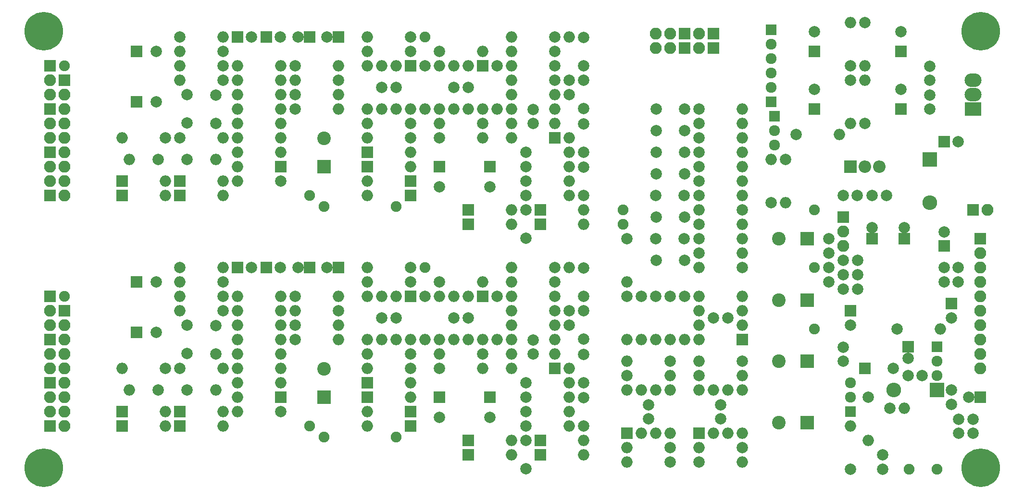
<source format=gbs>
G04 #@! TF.FileFunction,Soldermask,Bot*
%FSLAX46Y46*%
G04 Gerber Fmt 4.6, Leading zero omitted, Abs format (unit mm)*
G04 Created by KiCad (PCBNEW 4.0.6) date 11/03/19 12:25:45*
%MOMM*%
%LPD*%
G01*
G04 APERTURE LIST*
%ADD10C,0.100000*%
%ADD11C,2.000000*%
%ADD12O,2.000000X2.000000*%
%ADD13R,2.100000X2.100000*%
%ADD14O,2.100000X2.100000*%
%ADD15C,6.800000*%
%ADD16R,2.400000X2.400000*%
%ADD17C,2.400000*%
%ADD18R,2.600000X2.600000*%
%ADD19O,2.600000X2.600000*%
%ADD20R,2.000000X2.000000*%
%ADD21R,2.200000X2.200000*%
%ADD22O,2.200000X2.200000*%
%ADD23C,1.920000*%
%ADD24R,1.920000X1.920000*%
%ADD25R,3.000000X2.400000*%
%ADD26O,3.000000X2.400000*%
%ADD27C,1.900000*%
G04 APERTURE END LIST*
D10*
D11*
X71120000Y-10160000D03*
D12*
X71120000Y-17780000D03*
D13*
X168910000Y-40640000D03*
D14*
X168910000Y-43180000D03*
X168910000Y-45720000D03*
X168910000Y-48260000D03*
X168910000Y-50800000D03*
X168910000Y-53340000D03*
X168910000Y-55880000D03*
X168910000Y-58420000D03*
X168910000Y-60960000D03*
X168910000Y-63500000D03*
D15*
X169000000Y-81000000D03*
X169000000Y-4000000D03*
X4000000Y-4000000D03*
D13*
X5080000Y-25400000D03*
D14*
X7620000Y-25400000D03*
X5080000Y-27940000D03*
X7620000Y-27940000D03*
X5080000Y-30480000D03*
X7620000Y-30480000D03*
D16*
X138430000Y-40640000D03*
D17*
X133430000Y-40640000D03*
D18*
X160020000Y-26670000D03*
D19*
X160020000Y-34290000D03*
D11*
X29210000Y-15240000D03*
X29210000Y-20240000D03*
X144780000Y-33020000D03*
X147280000Y-33020000D03*
D20*
X162560000Y-23495000D03*
D11*
X165060000Y-23495000D03*
X152400000Y-33020000D03*
X149900000Y-33020000D03*
D20*
X154940000Y-17780000D03*
D11*
X154940000Y-14280000D03*
D20*
X154940000Y-7620000D03*
D11*
X154940000Y-4120000D03*
X160020000Y-17780000D03*
X160020000Y-15280000D03*
X160020000Y-12700000D03*
X160020000Y-10200000D03*
D20*
X139700000Y-17780000D03*
D11*
X139700000Y-14280000D03*
D20*
X139700000Y-7620000D03*
D11*
X139700000Y-4120000D03*
D20*
X168910000Y-68580000D03*
D11*
X166910000Y-68580000D03*
X163830000Y-67310000D03*
X163830000Y-69810000D03*
X156210000Y-64770000D03*
X158710000Y-64770000D03*
D20*
X156210000Y-59690000D03*
D11*
X156210000Y-61690000D03*
D20*
X20320000Y-7620000D03*
D11*
X23820000Y-7620000D03*
D20*
X20320000Y-16510000D03*
D11*
X23820000Y-16510000D03*
X34290000Y-20320000D03*
X34290000Y-15320000D03*
D20*
X50800000Y-5080000D03*
D11*
X48800000Y-5080000D03*
D20*
X55880000Y-5080000D03*
D11*
X53880000Y-5080000D03*
X66040000Y-13970000D03*
X63540000Y-13970000D03*
D20*
X73660000Y-27940000D03*
D11*
X73660000Y-31440000D03*
D20*
X82550000Y-27940000D03*
D11*
X82550000Y-31440000D03*
X78740000Y-13970000D03*
X76240000Y-13970000D03*
X90170000Y-20320000D03*
X90170000Y-17820000D03*
D20*
X20320000Y-48260000D03*
D11*
X23820000Y-48260000D03*
D20*
X20320000Y-57150000D03*
D11*
X23820000Y-57150000D03*
X29210000Y-55880000D03*
X29210000Y-60880000D03*
X34290000Y-60960000D03*
X34290000Y-55960000D03*
D20*
X50800000Y-45720000D03*
D11*
X48800000Y-45720000D03*
D20*
X55880000Y-45720000D03*
D11*
X53880000Y-45720000D03*
X66040000Y-54610000D03*
X63540000Y-54610000D03*
D20*
X73660000Y-68580000D03*
D11*
X73660000Y-72080000D03*
D20*
X82550000Y-68580000D03*
D11*
X82550000Y-72080000D03*
X78740000Y-54610000D03*
X76240000Y-54610000D03*
X90170000Y-60960000D03*
X90170000Y-58460000D03*
X165100000Y-74930000D03*
X165100000Y-72430000D03*
X167640000Y-74930000D03*
X167640000Y-72430000D03*
X151765000Y-78740000D03*
X151765000Y-81240000D03*
D20*
X163830000Y-52070000D03*
D11*
X163830000Y-54570000D03*
X162560000Y-48260000D03*
X165060000Y-48260000D03*
D20*
X162560000Y-41910000D03*
D11*
X162560000Y-39410000D03*
X162560000Y-45720000D03*
X165060000Y-45720000D03*
D20*
X155575000Y-40640000D03*
D11*
X155575000Y-38640000D03*
X147320000Y-46990000D03*
X144820000Y-46990000D03*
D20*
X149860000Y-40640000D03*
D11*
X149860000Y-38640000D03*
X147320000Y-44450000D03*
X144820000Y-44450000D03*
D20*
X146050000Y-53340000D03*
D11*
X146050000Y-55840000D03*
X147320000Y-49530000D03*
X144820000Y-49530000D03*
D16*
X138430000Y-51435000D03*
D17*
X133430000Y-51435000D03*
D11*
X124460000Y-54610000D03*
X121960000Y-54610000D03*
X123190000Y-72390000D03*
X123190000Y-69890000D03*
X110490000Y-72390000D03*
X110490000Y-69890000D03*
D16*
X138430000Y-62230000D03*
D17*
X133430000Y-62230000D03*
D16*
X138430000Y-73025000D03*
D17*
X133430000Y-73025000D03*
D18*
X161290000Y-67310000D03*
D19*
X153670000Y-67310000D03*
D20*
X27940000Y-30480000D03*
D12*
X35560000Y-30480000D03*
D20*
X27940000Y-33020000D03*
D12*
X35560000Y-33020000D03*
D20*
X17780000Y-30480000D03*
D12*
X25400000Y-30480000D03*
D20*
X17780000Y-33020000D03*
D12*
X25400000Y-33020000D03*
D20*
X91440000Y-35560000D03*
D12*
X99060000Y-35560000D03*
D20*
X91440000Y-38100000D03*
D12*
X99060000Y-38100000D03*
D20*
X78740000Y-35560000D03*
D12*
X86360000Y-35560000D03*
D20*
X78740000Y-38100000D03*
D12*
X86360000Y-38100000D03*
D20*
X68580000Y-30480000D03*
D12*
X60960000Y-30480000D03*
D20*
X68580000Y-33020000D03*
D12*
X60960000Y-33020000D03*
D20*
X60960000Y-27940000D03*
D12*
X68580000Y-27940000D03*
D20*
X60960000Y-25400000D03*
D12*
X68580000Y-25400000D03*
D20*
X27940000Y-71120000D03*
D12*
X35560000Y-71120000D03*
D20*
X27940000Y-73660000D03*
D12*
X35560000Y-73660000D03*
D20*
X17780000Y-71120000D03*
D12*
X25400000Y-71120000D03*
D20*
X17780000Y-73660000D03*
D12*
X25400000Y-73660000D03*
D20*
X91440000Y-76200000D03*
D12*
X99060000Y-76200000D03*
D20*
X91440000Y-78740000D03*
D12*
X99060000Y-78740000D03*
D20*
X78740000Y-76200000D03*
D12*
X86360000Y-76200000D03*
D20*
X78740000Y-78740000D03*
D12*
X86360000Y-78740000D03*
D20*
X68580000Y-71120000D03*
D12*
X60960000Y-71120000D03*
D20*
X68580000Y-73660000D03*
D12*
X60960000Y-73660000D03*
D20*
X60960000Y-68580000D03*
D12*
X68580000Y-68580000D03*
D20*
X60960000Y-66040000D03*
D12*
X68580000Y-66040000D03*
D21*
X146050000Y-27940000D03*
D22*
X148590000Y-27940000D03*
X151130000Y-27940000D03*
D23*
X161290000Y-62230000D03*
X161290000Y-64770000D03*
D24*
X161290000Y-59690000D03*
D20*
X45720000Y-27940000D03*
D12*
X38100000Y-10160000D03*
X45720000Y-25400000D03*
X38100000Y-12700000D03*
X45720000Y-22860000D03*
X38100000Y-15240000D03*
X45720000Y-20320000D03*
X38100000Y-17780000D03*
X45720000Y-17780000D03*
X38100000Y-20320000D03*
X45720000Y-15240000D03*
X38100000Y-22860000D03*
X45720000Y-12700000D03*
X38100000Y-25400000D03*
X45720000Y-10160000D03*
X38100000Y-27940000D03*
D20*
X68580000Y-10160000D03*
D12*
X60960000Y-17780000D03*
X66040000Y-10160000D03*
X63500000Y-17780000D03*
X63500000Y-10160000D03*
X66040000Y-17780000D03*
X60960000Y-10160000D03*
X68580000Y-17780000D03*
D20*
X81280000Y-10160000D03*
D12*
X73660000Y-17780000D03*
X78740000Y-10160000D03*
X76200000Y-17780000D03*
X76200000Y-10160000D03*
X78740000Y-17780000D03*
X73660000Y-10160000D03*
X81280000Y-17780000D03*
D20*
X93980000Y-22860000D03*
D12*
X86360000Y-15240000D03*
X93980000Y-20320000D03*
X86360000Y-17780000D03*
X93980000Y-17780000D03*
X86360000Y-20320000D03*
X93980000Y-15240000D03*
X86360000Y-22860000D03*
D20*
X45720000Y-68580000D03*
D12*
X38100000Y-50800000D03*
X45720000Y-66040000D03*
X38100000Y-53340000D03*
X45720000Y-63500000D03*
X38100000Y-55880000D03*
X45720000Y-60960000D03*
X38100000Y-58420000D03*
X45720000Y-58420000D03*
X38100000Y-60960000D03*
X45720000Y-55880000D03*
X38100000Y-63500000D03*
X45720000Y-53340000D03*
X38100000Y-66040000D03*
X45720000Y-50800000D03*
X38100000Y-68580000D03*
D20*
X68580000Y-50800000D03*
D12*
X60960000Y-58420000D03*
X66040000Y-50800000D03*
X63500000Y-58420000D03*
X63500000Y-50800000D03*
X66040000Y-58420000D03*
X60960000Y-50800000D03*
X68580000Y-58420000D03*
D20*
X81280000Y-50800000D03*
D12*
X73660000Y-58420000D03*
X78740000Y-50800000D03*
X76200000Y-58420000D03*
X76200000Y-50800000D03*
X78740000Y-58420000D03*
X73660000Y-50800000D03*
X81280000Y-58420000D03*
D20*
X93980000Y-63500000D03*
D12*
X86360000Y-55880000D03*
X93980000Y-60960000D03*
X86360000Y-58420000D03*
X93980000Y-58420000D03*
X86360000Y-60960000D03*
X93980000Y-55880000D03*
X86360000Y-63500000D03*
D20*
X127000000Y-58420000D03*
D12*
X119380000Y-50800000D03*
X127000000Y-55880000D03*
X119380000Y-53340000D03*
X127000000Y-53340000D03*
X119380000Y-55880000D03*
X127000000Y-50800000D03*
X119380000Y-58420000D03*
D20*
X119380000Y-74930000D03*
D12*
X127000000Y-67310000D03*
X121920000Y-74930000D03*
X124460000Y-67310000D03*
X124460000Y-74930000D03*
X121920000Y-67310000D03*
X127000000Y-74930000D03*
X119380000Y-67310000D03*
D20*
X106680000Y-74930000D03*
D12*
X114300000Y-67310000D03*
X109220000Y-74930000D03*
X111760000Y-67310000D03*
X111760000Y-74930000D03*
X109220000Y-67310000D03*
X114300000Y-74930000D03*
X106680000Y-67310000D03*
D11*
X24130000Y-26670000D03*
D12*
X19050000Y-26670000D03*
D11*
X29210000Y-26670000D03*
D12*
X34290000Y-26670000D03*
D11*
X24130000Y-67310000D03*
D12*
X19050000Y-67310000D03*
D11*
X29210000Y-67310000D03*
D12*
X34290000Y-67310000D03*
D25*
X167640000Y-17780000D03*
D26*
X167640000Y-15240000D03*
X167640000Y-12700000D03*
D13*
X5080000Y-10160000D03*
D14*
X5080000Y-12700000D03*
X5080000Y-15240000D03*
D13*
X5080000Y-50800000D03*
D14*
X5080000Y-53340000D03*
X5080000Y-55880000D03*
D13*
X5080000Y-17780000D03*
D14*
X7620000Y-17780000D03*
X5080000Y-20320000D03*
X7620000Y-20320000D03*
X5080000Y-22860000D03*
X7620000Y-22860000D03*
D13*
X5080000Y-58420000D03*
D14*
X7620000Y-58420000D03*
X5080000Y-60960000D03*
X7620000Y-60960000D03*
X5080000Y-63500000D03*
X7620000Y-63500000D03*
D13*
X7620000Y-12700000D03*
D14*
X7620000Y-15240000D03*
D13*
X7620000Y-53340000D03*
D14*
X7620000Y-55880000D03*
D13*
X5080000Y-33020000D03*
D14*
X7620000Y-33020000D03*
D13*
X5080000Y-73660000D03*
D14*
X7620000Y-73660000D03*
D13*
X121920000Y-4445000D03*
D14*
X119380000Y-4445000D03*
D13*
X121920000Y-6985000D03*
D14*
X119380000Y-6985000D03*
D13*
X116840000Y-4445000D03*
D14*
X114300000Y-4445000D03*
X111760000Y-4445000D03*
D13*
X116840000Y-6985000D03*
D14*
X114300000Y-6985000D03*
X111760000Y-6985000D03*
D23*
X132080000Y-13970000D03*
X132080000Y-11430000D03*
D24*
X132080000Y-16510000D03*
D23*
X132080000Y-6350000D03*
X132080000Y-8890000D03*
D24*
X132080000Y-3810000D03*
D23*
X146050000Y-68580000D03*
X146050000Y-66040000D03*
D24*
X146050000Y-71120000D03*
D11*
X148590000Y-20320000D03*
D12*
X148590000Y-12700000D03*
D11*
X148590000Y-2540000D03*
D12*
X148590000Y-10160000D03*
D11*
X146050000Y-12700000D03*
D12*
X146050000Y-20320000D03*
D11*
X146050000Y-10160000D03*
D12*
X146050000Y-2540000D03*
D11*
X27940000Y-5080000D03*
D12*
X35560000Y-5080000D03*
D11*
X35560000Y-7620000D03*
D12*
X27940000Y-7620000D03*
D11*
X35560000Y-10160000D03*
D12*
X27940000Y-10160000D03*
D11*
X35560000Y-12700000D03*
D12*
X27940000Y-12700000D03*
D11*
X25400000Y-22860000D03*
D12*
X17780000Y-22860000D03*
D11*
X27940000Y-22860000D03*
D12*
X35560000Y-22860000D03*
D11*
X45720000Y-30480000D03*
D12*
X38100000Y-30480000D03*
D11*
X48260000Y-10160000D03*
D12*
X55880000Y-10160000D03*
D11*
X48260000Y-17780000D03*
D12*
X55880000Y-17780000D03*
D11*
X55880000Y-12700000D03*
D12*
X48260000Y-12700000D03*
D11*
X48260000Y-15240000D03*
D12*
X55880000Y-15240000D03*
D11*
X68580000Y-5080000D03*
D12*
X60960000Y-5080000D03*
D11*
X68580000Y-7620000D03*
D12*
X60960000Y-7620000D03*
D11*
X68580000Y-22860000D03*
D12*
X60960000Y-22860000D03*
D11*
X68580000Y-20320000D03*
D12*
X60960000Y-20320000D03*
D11*
X73660000Y-22860000D03*
D12*
X81280000Y-22860000D03*
D11*
X73660000Y-7620000D03*
D12*
X81280000Y-7620000D03*
D11*
X83820000Y-10160000D03*
D12*
X83820000Y-17780000D03*
D11*
X81280000Y-20320000D03*
D12*
X73660000Y-20320000D03*
D11*
X93980000Y-7620000D03*
D12*
X86360000Y-7620000D03*
D11*
X93980000Y-5080000D03*
D12*
X86360000Y-5080000D03*
D11*
X93980000Y-10160000D03*
D12*
X86360000Y-10160000D03*
D11*
X93980000Y-12700000D03*
D12*
X86360000Y-12700000D03*
D11*
X96520000Y-15240000D03*
D12*
X96520000Y-22860000D03*
D11*
X96520000Y-12700000D03*
D12*
X96520000Y-5080000D03*
D11*
X88900000Y-25400000D03*
D12*
X96520000Y-25400000D03*
D11*
X88900000Y-33020000D03*
D12*
X96520000Y-33020000D03*
D11*
X88900000Y-27940000D03*
D12*
X96520000Y-27940000D03*
D11*
X88900000Y-30480000D03*
D12*
X96520000Y-30480000D03*
D11*
X27940000Y-45720000D03*
D12*
X35560000Y-45720000D03*
D11*
X35560000Y-48260000D03*
D12*
X27940000Y-48260000D03*
D11*
X35560000Y-50800000D03*
D12*
X27940000Y-50800000D03*
D11*
X35560000Y-53340000D03*
D12*
X27940000Y-53340000D03*
D11*
X25400000Y-63500000D03*
D12*
X17780000Y-63500000D03*
D11*
X27940000Y-63500000D03*
D12*
X35560000Y-63500000D03*
D11*
X45720000Y-71120000D03*
D12*
X38100000Y-71120000D03*
D11*
X48260000Y-50800000D03*
D12*
X55880000Y-50800000D03*
D11*
X48260000Y-58420000D03*
D12*
X55880000Y-58420000D03*
D11*
X55880000Y-53340000D03*
D12*
X48260000Y-53340000D03*
D11*
X48260000Y-55880000D03*
D12*
X55880000Y-55880000D03*
D11*
X68580000Y-45720000D03*
D12*
X60960000Y-45720000D03*
D11*
X68580000Y-48260000D03*
D12*
X60960000Y-48260000D03*
D11*
X68580000Y-63500000D03*
D12*
X60960000Y-63500000D03*
D11*
X68580000Y-60960000D03*
D12*
X60960000Y-60960000D03*
D11*
X73660000Y-63500000D03*
D12*
X81280000Y-63500000D03*
D11*
X73660000Y-48260000D03*
D12*
X81280000Y-48260000D03*
D11*
X71120000Y-50800000D03*
D12*
X71120000Y-58420000D03*
D11*
X83820000Y-50800000D03*
D12*
X83820000Y-58420000D03*
D11*
X81280000Y-60960000D03*
D12*
X73660000Y-60960000D03*
D11*
X93980000Y-48260000D03*
D12*
X86360000Y-48260000D03*
D11*
X93980000Y-45720000D03*
D12*
X86360000Y-45720000D03*
D11*
X93980000Y-50800000D03*
D12*
X86360000Y-50800000D03*
D11*
X93980000Y-53340000D03*
D12*
X86360000Y-53340000D03*
D11*
X96520000Y-55880000D03*
D12*
X96520000Y-63500000D03*
D11*
X96520000Y-53340000D03*
D12*
X96520000Y-45720000D03*
D11*
X88900000Y-66040000D03*
D12*
X96520000Y-66040000D03*
D11*
X88900000Y-73660000D03*
D12*
X96520000Y-73660000D03*
D11*
X88900000Y-68580000D03*
D12*
X96520000Y-68580000D03*
D11*
X88900000Y-71120000D03*
D12*
X96520000Y-71120000D03*
D11*
X149225000Y-68580000D03*
D12*
X149225000Y-76200000D03*
D11*
X146050000Y-81280000D03*
D12*
X146050000Y-73660000D03*
D11*
X119380000Y-20320000D03*
D12*
X127000000Y-20320000D03*
D11*
X119380000Y-17780000D03*
D12*
X127000000Y-17780000D03*
D11*
X119380000Y-27940000D03*
D12*
X127000000Y-27940000D03*
D11*
X127000000Y-35560000D03*
D12*
X119380000Y-35560000D03*
D11*
X119380000Y-30480000D03*
D12*
X127000000Y-30480000D03*
D11*
X119380000Y-33020000D03*
D12*
X127000000Y-33020000D03*
D11*
X127000000Y-77470000D03*
D12*
X119380000Y-77470000D03*
D11*
X119380000Y-80010000D03*
D12*
X127000000Y-80010000D03*
D11*
X114300000Y-77470000D03*
D12*
X106680000Y-77470000D03*
D11*
X114300000Y-80010000D03*
D12*
X106680000Y-80010000D03*
D11*
X114300000Y-50800000D03*
D12*
X114300000Y-58420000D03*
D11*
X106680000Y-50800000D03*
D12*
X106680000Y-58420000D03*
D11*
X106680000Y-40640000D03*
D12*
X106680000Y-48260000D03*
D11*
X119380000Y-25400000D03*
D12*
X127000000Y-25400000D03*
D11*
X119380000Y-22860000D03*
D12*
X127000000Y-22860000D03*
D11*
X119380000Y-38100000D03*
D12*
X127000000Y-38100000D03*
D11*
X127000000Y-45720000D03*
D12*
X119380000Y-45720000D03*
D11*
X119380000Y-40640000D03*
D12*
X127000000Y-40640000D03*
D11*
X119380000Y-43180000D03*
D12*
X127000000Y-43180000D03*
D11*
X127000000Y-62230000D03*
D12*
X119380000Y-62230000D03*
D11*
X119380000Y-64770000D03*
D12*
X127000000Y-64770000D03*
D11*
X114300000Y-62230000D03*
D12*
X106680000Y-62230000D03*
D11*
X106680000Y-64770000D03*
D12*
X114300000Y-64770000D03*
D11*
X116840000Y-50800000D03*
D12*
X116840000Y-58420000D03*
D11*
X109220000Y-50800000D03*
D12*
X109220000Y-58420000D03*
D11*
X111760000Y-50800000D03*
D12*
X111760000Y-58420000D03*
D27*
X161290000Y-81280000D03*
X156410000Y-81280000D03*
D11*
X144780000Y-62230000D03*
X144780000Y-59730000D03*
X142240000Y-40640000D03*
X142240000Y-43140000D03*
X142240000Y-45720000D03*
X142240000Y-48220000D03*
D13*
X144780000Y-36830000D03*
D14*
X144780000Y-39370000D03*
X144780000Y-41910000D03*
D27*
X106045000Y-35560000D03*
X106045000Y-38100000D03*
X139700000Y-56515000D03*
X139700000Y-45720000D03*
D13*
X167640000Y-35560000D03*
D14*
X170180000Y-35560000D03*
D27*
X7620000Y-50800000D03*
X7620000Y-10160000D03*
D13*
X5080000Y-66040000D03*
D14*
X7620000Y-66040000D03*
X5080000Y-68580000D03*
X7620000Y-68580000D03*
X5080000Y-71120000D03*
X7620000Y-71120000D03*
D20*
X148590000Y-63500000D03*
D11*
X153590000Y-63500000D03*
X134620000Y-26670000D03*
D12*
X134620000Y-34290000D03*
D11*
X132080000Y-34290000D03*
D12*
X132080000Y-26670000D03*
D11*
X136525000Y-22225000D03*
D12*
X144145000Y-22225000D03*
D23*
X132715000Y-21590000D03*
X132715000Y-24130000D03*
D24*
X132715000Y-19050000D03*
D11*
X153035000Y-70485000D03*
D12*
X155575000Y-70485000D03*
D15*
X4000000Y-81000000D03*
D20*
X38100000Y-5080000D03*
D11*
X40600000Y-5080000D03*
D20*
X43180000Y-5080000D03*
D11*
X45680000Y-5080000D03*
D20*
X38100000Y-45720000D03*
D11*
X40600000Y-45720000D03*
D20*
X43180000Y-45720000D03*
D11*
X45680000Y-45720000D03*
D16*
X53340000Y-27940000D03*
D17*
X53340000Y-22940000D03*
D16*
X53340000Y-68580000D03*
D17*
X53340000Y-63580000D03*
D27*
X139700000Y-35560000D03*
X53340000Y-34925000D03*
X50800000Y-33020000D03*
X71120000Y-5080000D03*
X66040000Y-34925000D03*
X53340000Y-75565000D03*
X50800000Y-73660000D03*
X71120000Y-45720000D03*
X66040000Y-75565000D03*
D11*
X99060000Y-12700000D03*
X99060000Y-17700000D03*
X99060000Y-10160000D03*
X99060000Y-5160000D03*
X99060000Y-25400000D03*
X99060000Y-20400000D03*
X99060000Y-33020000D03*
X99060000Y-28020000D03*
X88900000Y-35560000D03*
X88900000Y-40560000D03*
X99060000Y-53340000D03*
X99060000Y-58340000D03*
X99060000Y-50800000D03*
X99060000Y-45800000D03*
X99060000Y-66040000D03*
X99060000Y-61040000D03*
X99060000Y-73660000D03*
X99060000Y-68660000D03*
X88900000Y-76200000D03*
X88900000Y-81200000D03*
X116840000Y-17780000D03*
X111840000Y-17780000D03*
X116840000Y-25400000D03*
X111840000Y-25400000D03*
X111760000Y-33020000D03*
X116760000Y-33020000D03*
X116840000Y-36830000D03*
X111840000Y-36830000D03*
X116840000Y-21590000D03*
X111840000Y-21590000D03*
X116840000Y-29210000D03*
X111840000Y-29210000D03*
X116840000Y-44450000D03*
X111840000Y-44450000D03*
X111760000Y-40640000D03*
X116760000Y-40640000D03*
X154305000Y-56515000D03*
D12*
X161925000Y-56515000D03*
M02*

</source>
